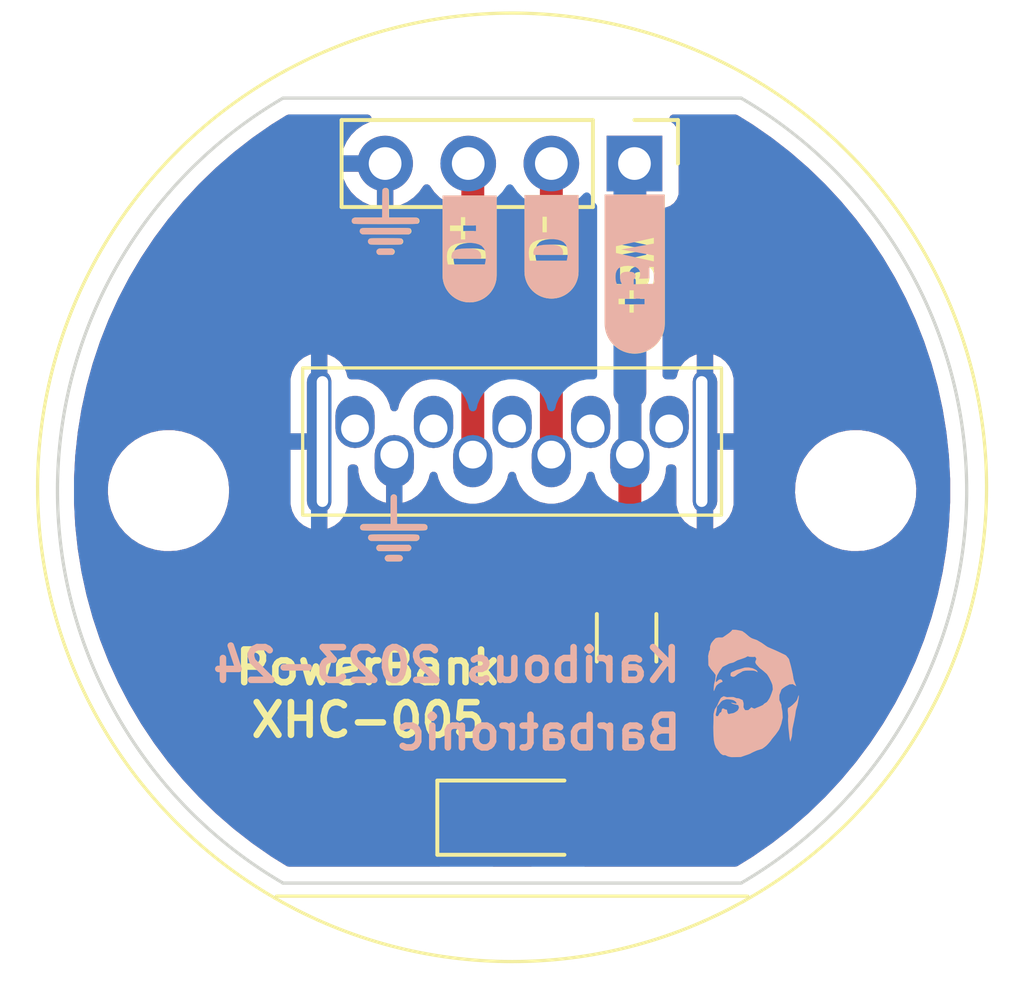
<source format=kicad_pcb>
(kicad_pcb (version 20221018) (generator pcbnew)
  (layers (0 "F.Cu" signal) (31 "B.Cu" signal) (34 "B.Paste" user) (35 "F.Paste" user) (36 "B.SilkS" user "B.Silkscreen") (37 "F.SilkS" user "F.Silkscreen") (38 "B.Mask" user) (39 "F.Mask" user) (44 "Edge.Cuts" user))
  (net 0 "")
  (net 1 "GND")
  (net 2 "Net-(D1-A)")
  (net 3 "+5V")
  (net 9 "Net-(J1-D+)")
  (net 10 "Net-(J1-D-)")
  (footprint "kibuzzard-652319A9" (layer "F.Cu") (at 143.702115 92.611546 90)
    (fp_text reference "kibuzzard-652319A9" hide)
    (fp_text value "G***" hide)
  )
  (footprint "Resistor_SMD:R_1206_3216Metric" (layer "F.Cu") (at 148.5 104.5 -90)
    (fp_text reference "R1" hide)
    (fp_text value "R_Small")
    (pad "1" smd roundrect (at -1.4625 0 270) (size 1.125 1.75) (layers "F.Cu" "F.Paste" "F.Mask") (roundrect_rratio 0.222222) (net 3 "+5V"))
    (pad "2" smd roundrect (at 1.4625 0 270) (size 1.125 1.75) (layers "F.Cu" "F.Paste" "F.Mask") (roundrect_rratio 0.222222) (net 2 "Net-(D1-A)"))
  )
  (footprint "PAMI:USB A3.0 - PowerBank XHC-005" (layer "F.Cu") (at 145 98.5 -90)
    (fp_text reference "J1" hide)
    (fp_text value "USB3_A")
    (pad "1" thru_hole roundrect (at 0.4 -3.6 270) (size 1.6 1.2) (drill 0.85 (offset 0.2 0)) (layers "*.Cu" "*.Mask") (roundrect_rratio 0.5) (net 3 "+5V"))
    (pad "2" thru_hole roundrect (at 0.4 -1.2 270) (size 1.6 1.2) (drill 0.85 (offset 0.2 0)) (layers "*.Cu" "*.Mask") (roundrect_rratio 0.5) (net 10 "Net-(J1-D-)"))
    (pad "3" thru_hole roundrect (at 0.4 1.2 270) (size 1.6 1.2) (drill 0.85 (offset 0.2 0)) (layers "*.Cu" "*.Mask") (roundrect_rratio 0.5) (net 9 "Net-(J1-D+)"))
    (pad "4" thru_hole roundrect (at 0.4 3.6 270) (size 1.6 1.2) (drill 0.85 (offset 0.2 0)) (layers "*.Cu" "*.Mask") (roundrect_rratio 0.5) (net 1 "GND"))
    (pad "5" thru_hole roundrect (at -0.4 -4.8 90) (size 1.6 1.2) (drill 0.85 (offset 0.2 0)) (layers "*.Cu" "*.Mask") (roundrect_rratio 0.5))
    (pad "6" thru_hole roundrect (at -0.4 -2.4 90) (size 1.6 1.2) (drill 0.85 (offset 0.2 0)) (layers "*.Cu" "*.Mask") (roundrect_rratio 0.5))
    (pad "7" thru_hole roundrect (at -0.4 0 90) (size 1.6 1.2) (drill 0.85 (offset 0.2 0)) (layers "*.Cu" "*.Mask") (roundrect_rratio 0.5))
    (pad "8" thru_hole roundrect (at -0.4 2.4 90) (size 1.6 1.2) (drill 0.85 (offset 0.2 0)) (layers "*.Cu" "*.Mask") (roundrect_rratio 0.5))
    (pad "9" thru_hole roundrect (at -0.4 4.8 90) (size 1.6 1.2) (drill 0.85 (offset 0.2 0)) (layers "*.Cu" "*.Mask") (roundrect_rratio 0.5))
    (pad "10" thru_hole roundrect (at 0 -5.795 270) (size 4.4 0.75) (drill oval 4 0.35 (offset 0 -0.1)) (layers "*.Cu" "*.Mask") (roundrect_rratio 0.5) (net 1 "GND"))
    (pad "10" thru_hole roundrect (at 0 5.795 90) (size 4.4 0.75) (drill oval 4 0.35 (offset 0 -0.1)) (layers "*.Cu" "*.Mask") (roundrect_rratio 0.5) (net 1 "GND"))
  )
  (footprint "Connector_PinHeader_2.54mm:PinHeader_1x04_P2.54mm_Vertical" (layer "F.Cu") (at 148.74 90 -90)
    (fp_text reference "J3" hide)
    (fp_text value "Conn_01x04")
    (pad "1" thru_hole rect (at 0 0 270) (size 1.7 1.7) (drill 1) (layers "*.Cu" "*.Mask") (net 3 "+5V"))
    (pad "2" thru_hole oval (at 0 2.54 270) (size 1.7 1.7) (drill 1) (layers "*.Cu" "*.Mask") (net 10 "Net-(J1-D-)"))
    (pad "3" thru_hole oval (at 0 5.08 270) (size 1.7 1.7) (drill 1) (layers "*.Cu" "*.Mask") (net 9 "Net-(J1-D+)"))
    (pad "4" thru_hole oval (at 0 7.62 270) (size 1.7 1.7) (drill 1) (layers "*.Cu" "*.Mask") (net 1 "GND"))
  )
  (footprint "MountingHole:MountingHole_3.2mm_M3" (layer "F.Cu") (at 155.5 100)
    (fp_text reference "H2" hide)
    (fp_text value "MountingHole")
    (pad "" np_thru_hole circle (at 0 0) (size 3.2 3.2) (drill 3.2) (layers "*.Cu" "*.Mask"))
  )
  (footprint "kibuzzard-652319B5" (layer "F.Cu") (at 146.205027 92.547052 90)
    (fp_text reference "kibuzzard-652319B5" hide)
    (fp_text value "G***" hide)
  )
  (footprint "LOGO" (layer "F.Cu") (at 141.139537 91.776759)
    (fp_text reference "G***" hide)
    (fp_text value "LOGO" hide)
  )
  (footprint "LED_SMD:LED_1206_3216Metric" (layer "F.Cu") (at 145 110)
    (fp_text reference "D1" hide)
    (fp_text value "LED_Small")
    (pad "1" smd roundrect (at -1.4 0) (size 1.25 1.75) (layers "F.Cu" "F.Paste" "F.Mask") (roundrect_rratio 0.2) (net 1 "GND"))
    (pad "2" smd roundrect (at 1.4 0) (size 1.25 1.75) (layers "F.Cu" "F.Paste" "F.Mask") (roundrect_rratio 0.2) (net 2 "Net-(D1-A)"))
  )
  (footprint "kibuzzard-65231966" (layer "F.Cu") (at 148.749791 93.383182 90)
    (fp_text reference "kibuzzard-65231966" hide)
    (fp_text value "G***" hide)
  )
  (footprint "MountingHole:MountingHole_3.2mm_M3" (layer "F.Cu") (at 134.5 100)
    (fp_text reference "H1" hide)
    (fp_text value "MountingHole")
    (pad "" np_thru_hole circle (at 0 0) (size 3.2 3.2) (drill 3.2) (layers "*.Cu" "*.Mask"))
  )
  (footprint "LOGO" (layer "F.Cu") (at 141.385641 101.148129)
    (fp_text reference "G***" hide)
    (fp_text value "LOGO" hide)
  )
  (footprint "LOGO" (layer "B.Cu") (at 141.127444 91.776759 180)
    (fp_text reference "G***" hide)
    (fp_text value "LOGO" hide)
  )
  (footprint "LOGO" (layer "B.Cu") (at 141.385641 101.148129 180)
    (fp_text reference "G***" hide)
    (fp_text value "LOGO" hide)
  )
  (footprint "kibuzzard-652319A9" (layer "B.Cu") (at 143.702115 92.611546 90)
    (fp_text reference "kibuzzard-652319A9" hide)
    (fp_text value "G***" hide)
  )
  (footprint "LOGO" (layer "B.Cu") (at 152.4 106.2 180)
    (fp_text reference "G***" hide)
    (fp_text value "LOGO" hide)
  )
  (footprint "kibuzzard-652319B5" (layer "B.Cu") (at 146.205027 92.547052 90)
    (fp_text reference "kibuzzard-652319B5" hide)
    (fp_text value "G***" hide)
  )
  (footprint "kibuzzard-65231966" (layer "B.Cu") (at 148.745583 93.377608 90)
    (fp_text reference "kibuzzard-65231966" hide)
    (fp_text value "G***" hide)
  )
  (gr_line (start 138 88) (end 152 88) (stroke (width 0.1)) (layer "Edge.Cuts"))
  (gr_arc (start 138 111.999999) (mid 131.107557 100) (end 138 88.000001) (stroke (width 0.1)) (layer "Edge.Cuts"))
  (gr_line (start 138 112) (end 152 112) (stroke (width 0.1)) (layer "Edge.Cuts"))
  (gr_arc (start 152 88.000001) (mid 158.892443 100) (end 152 111.999999) (stroke (width 0.1)) (layer "Edge.Cuts"))
  (gr_text "Karibous 2023-24" (at 142.998 105.3332) (layer "B.SilkS") (effects (font (size 1 1) (thickness 0.2)) (justify mirror)))
  (gr_text "Barbatronic" (at 145.8 107.4) (layer "B.SilkS") (effects (font (size 1 1) (thickness 0.2)) (justify mirror)))
  (gr_text "PowerBank\nXHC-005" (at 140.6 107.6) (layer "F.SilkS") (effects (font (size 1 1) (thickness 0.2) bold) (justify bottom)))
  (segment (start 148.5 109.5) (end 148 110) (width 0.8) (layer "F.Cu") (net 2))
  (segment (start 148.5 105.9625) (end 148.5 109.5) (width 0.8) (layer "F.Cu") (net 2))
  (segment (start 148 110) (end 146.4 110) (width 0.8) (layer "F.Cu") (net 2))
  (segment (start 148.6 102.9375) (end 148.5 103.0375) (width 0.7) (layer "F.Cu") (net 3))
  (segment (start 148.6 98.9) (end 148.6 97) (width 0.7) (layer "F.Cu") (net 3))
  (segment (start 148.6 97) (end 148.6 90.14) (width 1) (layer "F.Cu") (net 3))
  (segment (start 148.6 90.14) (end 148.74 90) (width 1) (layer "F.Cu") (net 3))
  (segment (start 148.6 98.9) (end 148.6 102.9375) (width 0.7) (layer "F.Cu") (net 3))
  (segment (start 148.6 97) (end 148.6 90.14) (width 1) (layer "B.Cu") (net 3))
  (segment (start 148.6 90.14) (end 148.74 90) (width 1) (layer "B.Cu") (net 3))
  (segment (start 148.6 97) (end 148.6 98.9) (width 0.7) (layer "B.Cu") (net 3))
  (segment (start 143.8 98.9) (end 143.8 90.14) (width 0.7) (layer "F.Cu") (net 9))
  (segment (start 143.8 90.14) (end 143.66 90) (width 0.7) (layer "F.Cu") (net 9))
  (segment (start 146.2 98.9) (end 146.2 90) (width 0.7) (layer "F.Cu") (net 10))
  (zone (net 1) (net_name "GND") (layers "F&B.Cu") (connect_pads (clearance 0.5)) (min_thickness 0.25) (fill yes (thermal_gap 0.5) (thermal_bridge_width 0.5))
    (polygon (pts (xy 130 85) (xy 160 85) (xy 160 115) (xy 130 115)))
  )
)
</source>
